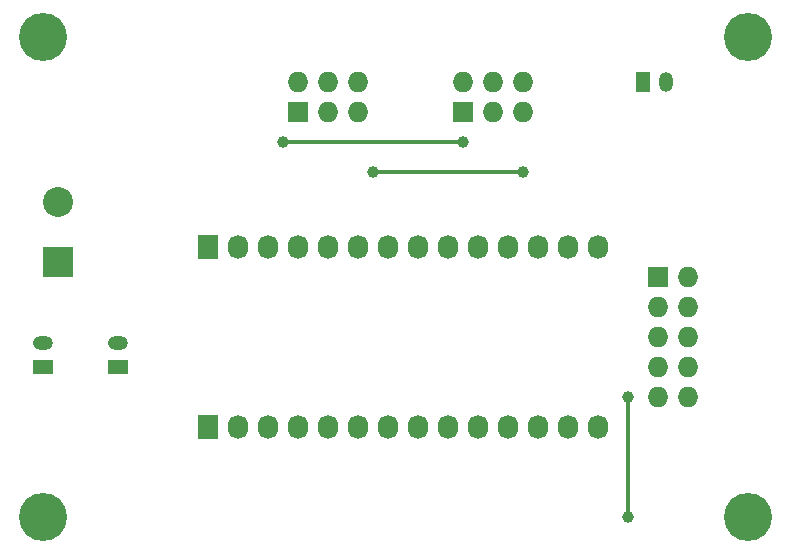
<source format=gbr>
G04 #@! TF.FileFunction,Copper,L1,Top,Signal*
%FSLAX46Y46*%
G04 Gerber Fmt 4.6, Leading zero omitted, Abs format (unit mm)*
G04 Created by KiCad (PCBNEW 4.0.6+dfsg1-1) date Wed Nov  1 12:50:46 2017*
%MOMM*%
%LPD*%
G01*
G04 APERTURE LIST*
%ADD10C,0.050000*%
%ADD11R,1.727200X1.727200*%
%ADD12O,1.727200X1.727200*%
%ADD13R,1.727200X2.032000*%
%ADD14O,1.727200X2.032000*%
%ADD15R,1.200000X1.700000*%
%ADD16O,1.200000X1.700000*%
%ADD17R,1.700000X1.200000*%
%ADD18O,1.700000X1.200000*%
%ADD19C,4.064000*%
%ADD20R,2.540000X2.540000*%
%ADD21C,2.540000*%
%ADD22C,1.000000*%
%ADD23C,0.300000*%
G04 APERTURE END LIST*
D10*
D11*
X134620000Y-97790000D03*
D12*
X134620000Y-95250000D03*
X137160000Y-97790000D03*
X137160000Y-95250000D03*
X139700000Y-97790000D03*
X139700000Y-95250000D03*
D11*
X120650000Y-97790000D03*
D12*
X120650000Y-95250000D03*
X123190000Y-97790000D03*
X123190000Y-95250000D03*
X125730000Y-97790000D03*
X125730000Y-95250000D03*
D13*
X113030000Y-124460000D03*
D14*
X115570000Y-124460000D03*
X118110000Y-124460000D03*
X120650000Y-124460000D03*
X123190000Y-124460000D03*
X125730000Y-124460000D03*
X128270000Y-124460000D03*
X130810000Y-124460000D03*
X133350000Y-124460000D03*
X135890000Y-124460000D03*
X138430000Y-124460000D03*
X140970000Y-124460000D03*
X143510000Y-124460000D03*
X146050000Y-124460000D03*
D13*
X113030000Y-109220000D03*
D14*
X115570000Y-109220000D03*
X118110000Y-109220000D03*
X120650000Y-109220000D03*
X123190000Y-109220000D03*
X125730000Y-109220000D03*
X128270000Y-109220000D03*
X130810000Y-109220000D03*
X133350000Y-109220000D03*
X135890000Y-109220000D03*
X138430000Y-109220000D03*
X140970000Y-109220000D03*
X143510000Y-109220000D03*
X146050000Y-109220000D03*
D15*
X149860000Y-95250000D03*
D16*
X151860000Y-95250000D03*
D17*
X99060000Y-119380000D03*
D18*
X99060000Y-117380000D03*
D17*
X105410000Y-119380000D03*
D18*
X105410000Y-117380000D03*
D19*
X158750000Y-91440000D03*
X99060000Y-91440000D03*
X158750000Y-132080000D03*
X99060000Y-132080000D03*
D20*
X100330000Y-110490000D03*
D21*
X100330000Y-105410000D03*
D11*
X151130000Y-111760000D03*
D12*
X153670000Y-111760000D03*
X151130000Y-114300000D03*
X153670000Y-114300000D03*
X151130000Y-116840000D03*
X153670000Y-116840000D03*
X151130000Y-119380000D03*
X153670000Y-119380000D03*
X151130000Y-121920000D03*
X153670000Y-121920000D03*
D22*
X148590000Y-132080000D03*
X148590000Y-121920000D03*
X119380000Y-100330000D03*
X134620000Y-100330000D03*
X127000000Y-102870000D03*
X139700000Y-102870000D03*
D23*
X148590000Y-121920000D02*
X148590000Y-132080000D01*
X134620000Y-100330000D02*
X119380000Y-100330000D01*
X139700000Y-102870000D02*
X127000000Y-102870000D01*
M02*

</source>
